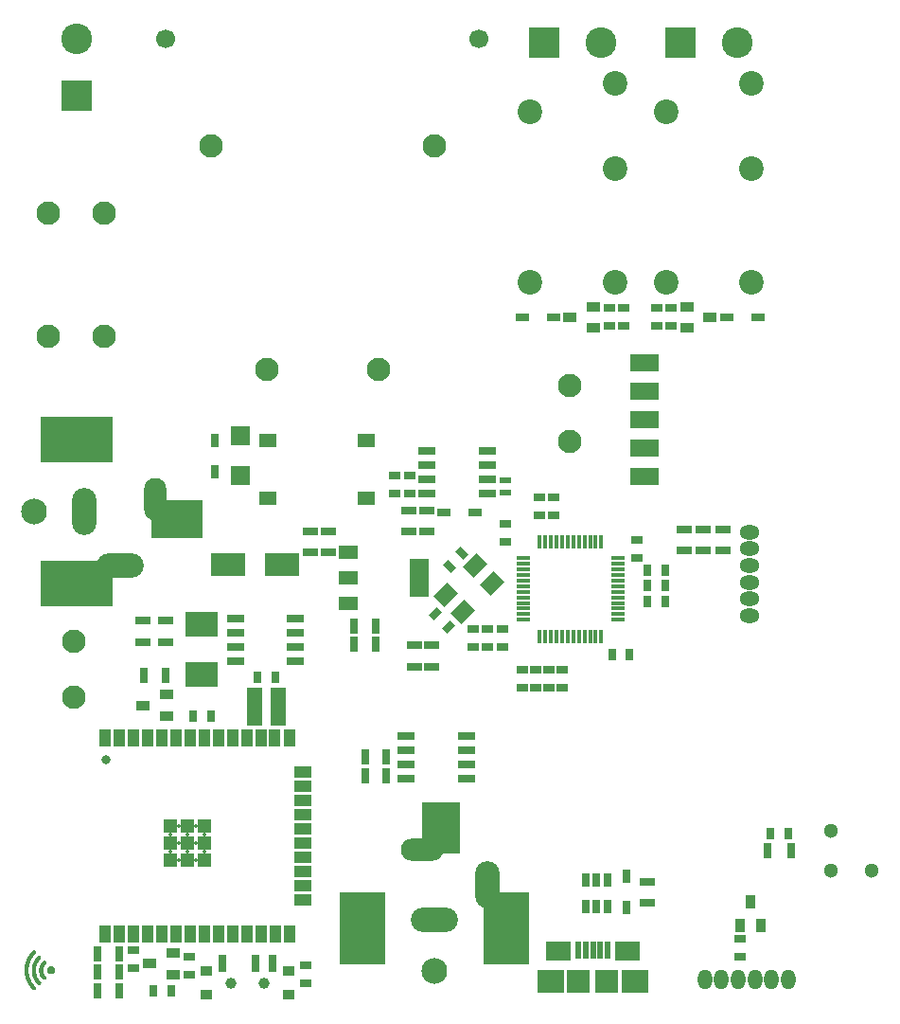
<source format=gts>
G04*
G04 #@! TF.GenerationSoftware,Altium Limited,Altium Designer,22.1.2 (22)*
G04*
G04 Layer_Color=16711833*
%FSLAX25Y25*%
%MOIN*%
G70*
G04*
G04 #@! TF.SameCoordinates,BB4BA718-9431-4743-B970-F4C87B48E952*
G04*
G04*
G04 #@! TF.FilePolarity,Negative*
G04*
G01*
G75*
%ADD54R,0.08661X0.06693*%
%ADD55R,0.07874X0.07874*%
%ADD56R,0.01968X0.05906*%
%ADD57R,0.09449X0.07874*%
%ADD58R,0.10013X0.06391*%
G04:AMPARAMS|DCode=59|XSize=66.93mil|YSize=53.15mil|CornerRadius=0mil|HoleSize=0mil|Usage=FLASHONLY|Rotation=225.000|XOffset=0mil|YOffset=0mil|HoleType=Round|Shape=Rectangle|*
%AMROTATEDRECTD59*
4,1,4,0.00487,0.04245,0.04245,0.00487,-0.00487,-0.04245,-0.04245,-0.00487,0.00487,0.04245,0.0*
%
%ADD59ROTATEDRECTD59*%

%ADD60R,0.18123X0.13792*%
%ADD61R,0.25210X0.16154*%
%ADD62R,0.13792X0.18123*%
%ADD63R,0.16154X0.25210*%
%ADD64R,0.04528X0.04528*%
%ADD65R,0.06299X0.03937*%
%ADD66R,0.03937X0.06299*%
%ADD67R,0.12205X0.08268*%
%ADD68R,0.03150X0.05512*%
%ADD69R,0.05512X0.03150*%
%ADD70R,0.02756X0.03937*%
G04:AMPARAMS|DCode=71|XSize=27.56mil|YSize=39.37mil|CornerRadius=0mil|HoleSize=0mil|Usage=FLASHONLY|Rotation=45.000|XOffset=0mil|YOffset=0mil|HoleType=Round|Shape=Rectangle|*
%AMROTATEDRECTD71*
4,1,4,0.00418,-0.02366,-0.02366,0.00418,-0.00418,0.02366,0.02366,-0.00418,0.00418,-0.02366,0.0*
%
%ADD71ROTATEDRECTD71*%

G04:AMPARAMS|DCode=72|XSize=27.56mil|YSize=39.37mil|CornerRadius=0mil|HoleSize=0mil|Usage=FLASHONLY|Rotation=315.000|XOffset=0mil|YOffset=0mil|HoleType=Round|Shape=Rectangle|*
%AMROTATEDRECTD72*
4,1,4,-0.02366,-0.00418,0.00418,0.02366,0.02366,0.00418,-0.00418,-0.02366,-0.02366,-0.00418,0.0*
%
%ADD72ROTATEDRECTD72*%

%ADD73R,0.03937X0.02756*%
%ADD74R,0.02756X0.05118*%
%ADD75R,0.04528X0.02559*%
%ADD76R,0.02559X0.04528*%
%ADD77R,0.05512X0.13780*%
%ADD78R,0.03150X0.06299*%
%ADD79R,0.04331X0.03543*%
%ADD80R,0.04724X0.03543*%
%ADD81R,0.03543X0.04724*%
%ADD82R,0.01575X0.05118*%
%ADD83R,0.05118X0.01575*%
%ADD84R,0.06693X0.05118*%
%ADD85R,0.06693X0.13386*%
%ADD86R,0.06496X0.05118*%
%ADD87R,0.06115X0.03162*%
%ADD88R,0.06693X0.06693*%
%ADD89R,0.04331X0.02362*%
%ADD90R,0.11193X0.08894*%
%ADD91O,0.07087X0.05150*%
%ADD92O,0.05150X0.07087*%
%ADD93C,0.08268*%
%ADD94C,0.10839*%
%ADD95R,0.10839X0.10839*%
%ADD96R,0.10839X0.10839*%
%ADD97C,0.09068*%
%ADD98O,0.08674X0.16548*%
%ADD99O,0.16548X0.08674*%
%ADD100O,0.07887X0.14973*%
%ADD101O,0.14973X0.07887*%
%ADD102C,0.01394*%
%ADD103C,0.05118*%
%ADD104C,0.03937*%
%ADD105C,0.08661*%
%ADD106C,0.06693*%
%ADD107C,0.03162*%
G36*
X14865Y13668D02*
X14884Y13662D01*
X14960Y13649D01*
X15020Y13640D01*
X15045Y13634D01*
X15099Y13618D01*
X15124Y13612D01*
X15168Y13593D01*
X15213Y13580D01*
X15270Y13555D01*
X15339Y13523D01*
X15352Y13517D01*
X15364Y13504D01*
X15459Y13453D01*
X15519Y13412D01*
X15529Y13403D01*
X15561Y13384D01*
X15573Y13371D01*
X15586Y13365D01*
X15630Y13321D01*
X15643Y13314D01*
X15741Y13216D01*
X15747Y13204D01*
X15779Y13172D01*
X15785Y13160D01*
X15798Y13153D01*
X15804Y13141D01*
X15835Y13096D01*
X15842Y13084D01*
X15861Y13065D01*
X15886Y13020D01*
X15930Y12951D01*
X15937Y12938D01*
X15987Y12831D01*
X16013Y12774D01*
X16019Y12749D01*
X16028Y12714D01*
X16038Y12704D01*
X16044Y12679D01*
X16050Y12635D01*
X16063Y12603D01*
X16069Y12578D01*
X16079Y12518D01*
X16092Y12448D01*
X16098Y12385D01*
X16101Y12173D01*
X16095Y12154D01*
X16088Y12091D01*
X16082Y12072D01*
X16076Y12009D01*
X16069Y11984D01*
X16063Y11946D01*
X16050Y11914D01*
X16041Y11873D01*
X16028Y11841D01*
X15997Y11753D01*
X15981Y11718D01*
X15975Y11699D01*
X15930Y11617D01*
X15880Y11528D01*
X15848Y11484D01*
X15820Y11449D01*
X15785Y11396D01*
X15766Y11377D01*
X15760Y11364D01*
X15636Y11241D01*
X15627Y11237D01*
X15620Y11225D01*
X15598Y11209D01*
X15564Y11181D01*
X15453Y11102D01*
X15409Y11076D01*
X15251Y11000D01*
X15200Y10975D01*
X15194D01*
X15153Y10966D01*
X15118Y10950D01*
X15067Y10937D01*
X15036Y10925D01*
X15010Y10918D01*
X14931Y10909D01*
X14868Y10896D01*
X14818Y10890D01*
X14618Y10887D01*
X14600Y10893D01*
X14511Y10899D01*
X14492Y10906D01*
X14448Y10912D01*
X14422Y10918D01*
X14366Y10925D01*
X14321Y10943D01*
X14280Y10953D01*
X14239Y10969D01*
X14179Y10991D01*
X14075Y11038D01*
X14056Y11045D01*
X14037Y11064D01*
X13948Y11114D01*
X13825Y11206D01*
X13815Y11215D01*
X13803Y11222D01*
X13793Y11231D01*
X13790Y11241D01*
X13778Y11247D01*
X13746Y11279D01*
X13733Y11285D01*
X13727Y11298D01*
X13714Y11304D01*
X13692Y11326D01*
X13686Y11339D01*
X13629Y11396D01*
X13623Y11408D01*
X13597Y11434D01*
X13591Y11446D01*
X13563Y11481D01*
X13509Y11573D01*
X13477Y11630D01*
X13408Y11775D01*
X13398Y11816D01*
X13386Y11848D01*
X13376Y11876D01*
X13363Y11927D01*
X13351Y11958D01*
X13338Y12047D01*
X13332Y12072D01*
X13326Y12116D01*
X13319Y12142D01*
X13313Y12338D01*
X13319Y12357D01*
X13326Y12464D01*
X13332Y12483D01*
X13341Y12543D01*
X13354Y12613D01*
X13367Y12644D01*
X13379Y12708D01*
X13392Y12739D01*
X13408Y12780D01*
X13433Y12837D01*
X13439Y12862D01*
X13465Y12900D01*
X13474Y12935D01*
X13484Y12945D01*
X13490Y12957D01*
X13528Y13020D01*
X13534Y13033D01*
X13547Y13046D01*
X13553Y13058D01*
X13616Y13147D01*
X13635Y13166D01*
X13642Y13179D01*
X13673Y13210D01*
X13680Y13223D01*
X13689Y13232D01*
X13702Y13239D01*
X13711Y13248D01*
X13717Y13261D01*
X13752Y13295D01*
X13762Y13299D01*
X13765Y13308D01*
X13778Y13314D01*
X13822Y13359D01*
X13835Y13365D01*
X13866Y13397D01*
X13898Y13416D01*
X13961Y13460D01*
X14049Y13510D01*
X14144Y13555D01*
X14201Y13580D01*
X14226Y13586D01*
X14290Y13612D01*
X14356Y13627D01*
X14397Y13643D01*
X14473Y13649D01*
X14492Y13656D01*
X14530Y13662D01*
X14549Y13668D01*
X14745Y13675D01*
X14865Y13668D01*
D02*
G37*
G36*
X12330Y15654D02*
X12412Y15647D01*
X12472Y15625D01*
X12504Y15619D01*
X12535Y15606D01*
X12570Y15590D01*
X12602Y15578D01*
X12614Y15565D01*
X12659Y15540D01*
X12671Y15527D01*
X12684Y15521D01*
X12741Y15477D01*
X12779Y15439D01*
X12791Y15432D01*
X12807Y15410D01*
X12832Y15385D01*
X12839Y15372D01*
X12858Y15353D01*
X12877Y15322D01*
X12908Y15265D01*
X12934Y15202D01*
X12953Y15157D01*
X12959Y15132D01*
X12971Y15120D01*
X12978Y15050D01*
X12984Y15031D01*
X12990Y14860D01*
X12984Y14841D01*
X12975Y14756D01*
X12968Y14731D01*
X12953Y14696D01*
X12943Y14648D01*
X12934Y14639D01*
X12921Y14607D01*
X12914Y14595D01*
X12883Y14538D01*
X12807Y14437D01*
X12763Y14392D01*
X12760Y14383D01*
X12747Y14377D01*
X12738Y14367D01*
X12731Y14355D01*
X12674Y14298D01*
X12668Y14285D01*
X12646Y14269D01*
X12630Y14247D01*
X12617Y14234D01*
X12611Y14222D01*
X12586Y14196D01*
X12580Y14184D01*
X12554Y14159D01*
X12548Y14146D01*
X12529Y14127D01*
X12523Y14114D01*
X12497Y14089D01*
X12478Y14057D01*
X12466Y14045D01*
X12459Y14032D01*
X12440Y14013D01*
X12421Y13982D01*
X12380Y13921D01*
X12361Y13883D01*
X12352Y13874D01*
X12346Y13861D01*
X12314Y13811D01*
X12295Y13779D01*
X12263Y13722D01*
X12213Y13627D01*
X12188Y13570D01*
X12181Y13558D01*
X12156Y13501D01*
X12150Y13488D01*
X12131Y13444D01*
X12105Y13387D01*
X12099Y13362D01*
X12074Y13305D01*
X12067Y13280D01*
X12051Y13239D01*
X12042Y13210D01*
X12036Y13185D01*
X12014Y13125D01*
X12001Y13061D01*
X11979Y12989D01*
X11972Y12938D01*
X11966Y12919D01*
X11953Y12875D01*
X11947Y12831D01*
X11938Y12771D01*
X11931Y12745D01*
X11925Y12714D01*
X11913Y12575D01*
X11906Y12512D01*
X11900Y12455D01*
X11897Y12129D01*
X11903Y12110D01*
X11913Y11980D01*
X11925Y11854D01*
X11931Y11822D01*
X11938Y11797D01*
X11944Y11765D01*
X11950Y11702D01*
X11957Y11671D01*
X11972Y11617D01*
X11979Y11573D01*
X11992Y11528D01*
X11998Y11497D01*
X12010Y11465D01*
X12017Y11427D01*
X12036Y11383D01*
X12048Y11326D01*
X12067Y11282D01*
X12077Y11247D01*
X12086Y11237D01*
X12099Y11193D01*
X12115Y11152D01*
X12131Y11117D01*
X12146Y11076D01*
X12194Y10972D01*
X12213Y10940D01*
X12225Y10909D01*
X12232Y10896D01*
X12270Y10833D01*
X12308Y10763D01*
X12333Y10719D01*
X12365Y10675D01*
X12390Y10631D01*
X12402Y10618D01*
X12428Y10574D01*
X12504Y10473D01*
X12516Y10460D01*
X12535Y10428D01*
X12548Y10416D01*
X12554Y10403D01*
X12580Y10378D01*
X12586Y10365D01*
X12611Y10340D01*
X12617Y10327D01*
X12649Y10295D01*
X12655Y10283D01*
X12674Y10270D01*
X12681Y10258D01*
X12731Y10207D01*
X12738Y10194D01*
X12826Y10106D01*
X12832Y10093D01*
X12858Y10068D01*
X12877Y10036D01*
X12946Y9891D01*
X12971Y9809D01*
X12978Y9783D01*
X12984Y9720D01*
X12990Y9581D01*
X12984Y9537D01*
X12975Y9464D01*
X12959Y9429D01*
X12946Y9379D01*
X12921Y9322D01*
X12883Y9252D01*
X12870Y9240D01*
X12845Y9195D01*
X12832Y9183D01*
X12817Y9154D01*
X12804Y9148D01*
X12788Y9126D01*
X12760Y9097D01*
X12747Y9091D01*
X12715Y9059D01*
X12703Y9053D01*
X12690Y9041D01*
X12677Y9034D01*
X12608Y8990D01*
X12595Y8984D01*
X12564Y8971D01*
X12507Y8946D01*
X12482Y8939D01*
X12437Y8920D01*
X12393Y8914D01*
X12254Y8901D01*
X12146Y8908D01*
X12127Y8914D01*
X12064Y8920D01*
X12020Y8939D01*
X11985Y8949D01*
X11897Y8993D01*
X11846Y9025D01*
X11808Y9050D01*
X11792Y9066D01*
X11780Y9072D01*
X11619Y9233D01*
X11612Y9246D01*
X11574Y9284D01*
X11568Y9297D01*
X11558Y9306D01*
X11549Y9309D01*
X11543Y9322D01*
X11498Y9366D01*
X11492Y9379D01*
X11467Y9404D01*
X11460Y9417D01*
X11435Y9442D01*
X11429Y9455D01*
X11416Y9467D01*
X11410Y9480D01*
X11378Y9511D01*
X11359Y9543D01*
X11340Y9562D01*
X11334Y9575D01*
X11315Y9594D01*
X11296Y9625D01*
X11283Y9638D01*
X11264Y9670D01*
X11252Y9682D01*
X11245Y9695D01*
X11233Y9708D01*
X11226Y9720D01*
X11163Y9809D01*
X11144Y9840D01*
X11119Y9878D01*
X11113Y9891D01*
X11072Y9951D01*
X11059Y9983D01*
X11050Y9992D01*
X11043Y10005D01*
X11011Y10055D01*
X10967Y10137D01*
X10929Y10207D01*
X10828Y10416D01*
X10812Y10457D01*
X10803Y10466D01*
X10784Y10517D01*
X10765Y10561D01*
X10759Y10586D01*
X10740Y10618D01*
X10721Y10668D01*
X10702Y10713D01*
X10695Y10744D01*
X10676Y10789D01*
X10667Y10823D01*
X10651Y10858D01*
X10639Y10909D01*
X10620Y10953D01*
X10607Y11010D01*
X10594Y11041D01*
X10585Y11083D01*
X10578Y11114D01*
X10556Y11168D01*
X10544Y11244D01*
X10531Y11276D01*
X10521Y11348D01*
X10515Y11386D01*
X10506Y11421D01*
X10499Y11446D01*
X10493Y11490D01*
X10487Y11516D01*
X10480Y11579D01*
X10474Y11598D01*
X10462Y11686D01*
X10452Y11791D01*
X10446Y11829D01*
X10439Y11879D01*
X10433Y11955D01*
X10427Y12139D01*
X10424Y12394D01*
X10430Y12414D01*
X10436Y12698D01*
X10449Y12730D01*
X10455Y12831D01*
X10462Y12850D01*
X10471Y12960D01*
X10477Y12992D01*
X10487Y13027D01*
X10493Y13090D01*
X10503Y13131D01*
X10515Y13182D01*
X10528Y13258D01*
X10544Y13311D01*
X10550Y13337D01*
X10560Y13384D01*
X10566Y13409D01*
X10582Y13463D01*
X10588Y13507D01*
X10607Y13552D01*
X10613Y13577D01*
X10623Y13618D01*
X10639Y13653D01*
X10651Y13710D01*
X10670Y13754D01*
X10676Y13779D01*
X10695Y13823D01*
X10718Y13883D01*
X10740Y13937D01*
X10746Y13962D01*
X10771Y14019D01*
X10790Y14064D01*
X10853Y14203D01*
X10961Y14411D01*
X11024Y14525D01*
X11037Y14538D01*
X11043Y14563D01*
X11062Y14582D01*
X11100Y14652D01*
X11125Y14690D01*
X11132Y14702D01*
X11188Y14784D01*
X11195Y14797D01*
X11208Y14810D01*
X11214Y14822D01*
X11245Y14867D01*
X11264Y14898D01*
X11283Y14917D01*
X11290Y14930D01*
X11309Y14949D01*
X11328Y14980D01*
X11340Y14993D01*
X11359Y15025D01*
X11384Y15050D01*
X11391Y15063D01*
X11419Y15097D01*
X11435Y15113D01*
X11441Y15126D01*
X11467Y15151D01*
X11473Y15164D01*
X11498Y15189D01*
X11505Y15202D01*
X11555Y15252D01*
X11562Y15265D01*
X11606Y15309D01*
X11612Y15322D01*
X11739Y15448D01*
X11742Y15458D01*
X11754Y15464D01*
X11786Y15496D01*
X11799Y15502D01*
X11818Y15521D01*
X11830Y15527D01*
X11843Y15540D01*
X11900Y15572D01*
X11950Y15597D01*
X11957D01*
X12014Y15622D01*
X12048Y15632D01*
X12102Y15647D01*
X12188Y15657D01*
X12311Y15660D01*
X12330Y15654D01*
D02*
G37*
G36*
X10578Y17462D02*
X10597Y17456D01*
X10673Y17437D01*
X10730Y17411D01*
X10756Y17405D01*
X10768Y17399D01*
X10825Y17367D01*
X10838Y17354D01*
X10882Y17329D01*
X10894Y17316D01*
X10907Y17310D01*
X10932Y17285D01*
X10945Y17279D01*
X10961Y17256D01*
X10980Y17244D01*
X10986Y17231D01*
X11011Y17206D01*
X11018Y17193D01*
X11037Y17174D01*
X11043Y17162D01*
X11056Y17149D01*
X11062Y17136D01*
X11106Y17067D01*
X11113Y17041D01*
X11132Y16997D01*
X11147Y16956D01*
X11157Y16928D01*
X11163Y16902D01*
X11173Y16842D01*
X11179Y16817D01*
X11182Y16662D01*
X11176Y16643D01*
X11170Y16599D01*
X11163Y16574D01*
X11154Y16526D01*
X11138Y16485D01*
X11132Y16460D01*
X11068Y16340D01*
X11037Y16295D01*
X11030Y16283D01*
X11018Y16276D01*
X11011Y16264D01*
X10999Y16251D01*
X10993Y16239D01*
X10910Y16156D01*
X10904Y16144D01*
X10885Y16131D01*
X10879Y16118D01*
X10815Y16055D01*
X10812Y16046D01*
X10800Y16039D01*
X10787Y16020D01*
X10774Y16014D01*
X10765Y16005D01*
X10759Y15992D01*
X10708Y15941D01*
X10702Y15929D01*
X10676Y15903D01*
X10670Y15891D01*
X10639Y15859D01*
X10632Y15846D01*
X10601Y15815D01*
X10594Y15802D01*
X10582Y15790D01*
X10575Y15777D01*
X10556Y15758D01*
X10550Y15745D01*
X10525Y15720D01*
X10518Y15708D01*
X10474Y15651D01*
X10462Y15638D01*
X10455Y15625D01*
X10436Y15606D01*
X10417Y15575D01*
X10405Y15562D01*
X10398Y15549D01*
X10367Y15505D01*
X10360Y15493D01*
X10341Y15473D01*
X10322Y15442D01*
X10310Y15429D01*
X10291Y15398D01*
X10237Y15319D01*
X10111Y15116D01*
X10088Y15069D01*
X10076Y15056D01*
X10025Y14961D01*
X10006Y14930D01*
X9956Y14835D01*
X9880Y14677D01*
X9823Y14557D01*
X9791Y14487D01*
X9766Y14430D01*
X9760Y14405D01*
X9734Y14348D01*
X9719Y14307D01*
X9703Y14272D01*
X9693Y14238D01*
X9678Y14203D01*
X9671Y14177D01*
X9646Y14120D01*
X9636Y14079D01*
X9614Y14026D01*
X9608Y13988D01*
X9583Y13931D01*
X9573Y13877D01*
X9561Y13846D01*
X9551Y13811D01*
X9542Y13770D01*
X9529Y13738D01*
X9523Y13713D01*
X9516Y13681D01*
X9507Y13646D01*
X9488Y13570D01*
X9478Y13523D01*
X9463Y13469D01*
X9456Y13406D01*
X9450Y13387D01*
X9437Y13343D01*
X9431Y13299D01*
X9421Y13245D01*
X9415Y13207D01*
X9406Y13172D01*
X9396Y13081D01*
X9390Y13030D01*
X9384Y13005D01*
X9377Y12967D01*
X9364Y12815D01*
X9352Y12701D01*
X9342Y12515D01*
X9339Y12341D01*
X9342Y12319D01*
X9336Y12300D01*
X9346Y11955D01*
X9352Y11873D01*
X9358Y11822D01*
X9364Y11740D01*
X9371Y11671D01*
X9377Y11607D01*
X9387Y11522D01*
X9399Y11472D01*
X9406Y11377D01*
X9412Y11358D01*
X9425Y11313D01*
X9434Y11234D01*
X9440Y11203D01*
X9456Y11149D01*
X9472Y11057D01*
X9478Y11026D01*
X9488Y10997D01*
X9497Y10943D01*
X9510Y10912D01*
X9516Y10887D01*
X9523Y10849D01*
X9529Y10823D01*
X9538Y10789D01*
X9551Y10744D01*
X9557Y10719D01*
X9570Y10688D01*
X9583Y10643D01*
X9592Y10602D01*
X9608Y10567D01*
X9617Y10526D01*
X9633Y10485D01*
X9646Y10441D01*
X9665Y10397D01*
X9687Y10337D01*
X9703Y10295D01*
X9709Y10270D01*
X9734Y10213D01*
X9750Y10172D01*
X9766Y10137D01*
X9775Y10103D01*
X9785Y10093D01*
X9807Y10033D01*
X9817Y10024D01*
X9832Y9983D01*
X9886Y9866D01*
X9962Y9720D01*
X9981Y9676D01*
X9987Y9663D01*
X10013Y9625D01*
X10057Y9543D01*
X10088Y9486D01*
X10133Y9417D01*
X10164Y9360D01*
X10177Y9347D01*
X10202Y9303D01*
X10243Y9243D01*
X10253Y9221D01*
X10262Y9205D01*
X10272Y9202D01*
X10297Y9157D01*
X10310Y9145D01*
X10329Y9113D01*
X10354Y9069D01*
X10373Y9050D01*
X10379Y9037D01*
X10392Y9025D01*
X10398Y9012D01*
X10411Y8999D01*
X10417Y8987D01*
X10430Y8974D01*
X10436Y8962D01*
X10455Y8942D01*
X10462Y8930D01*
X10506Y8873D01*
X10518Y8860D01*
X10537Y8829D01*
X10563Y8803D01*
X10569Y8791D01*
X10594Y8766D01*
X10601Y8753D01*
X10613Y8740D01*
X10620Y8727D01*
X10645Y8702D01*
X10651Y8690D01*
X10676Y8664D01*
X10683Y8652D01*
X10727Y8607D01*
X10733Y8595D01*
X10797Y8531D01*
X10803Y8519D01*
X10860Y8462D01*
X10866Y8449D01*
X10879Y8443D01*
X10885Y8430D01*
X10999Y8317D01*
X11005Y8304D01*
X11024Y8285D01*
X11030Y8272D01*
X11043Y8260D01*
X11050Y8247D01*
X11062Y8234D01*
X11087Y8190D01*
X11132Y8095D01*
X11144Y8064D01*
X11151Y8038D01*
X11157Y8019D01*
X11163Y7994D01*
X11173Y7940D01*
X11179Y7915D01*
X11188Y7830D01*
X11182Y7767D01*
X11176Y7722D01*
X11170Y7697D01*
X11157Y7621D01*
X11151Y7609D01*
X11138Y7577D01*
X11132Y7552D01*
X11081Y7457D01*
X11040Y7397D01*
X11018Y7362D01*
X11005Y7349D01*
X10999Y7337D01*
X10945Y7283D01*
X10932Y7277D01*
X10894Y7239D01*
X10882Y7232D01*
X10869Y7220D01*
X10844Y7213D01*
X10819Y7188D01*
X10749Y7156D01*
X10708Y7141D01*
X10673Y7125D01*
X10635Y7119D01*
X10616Y7112D01*
X10582Y7103D01*
X10556Y7096D01*
X10345Y7093D01*
X10326Y7100D01*
X10291Y7109D01*
X10266Y7115D01*
X10234Y7122D01*
X10164Y7147D01*
X10136Y7156D01*
X10123Y7163D01*
X10111Y7175D01*
X10069Y7191D01*
X10054Y7207D01*
X10022Y7226D01*
X10009Y7239D01*
X9978Y7258D01*
X9959Y7277D01*
X9946Y7283D01*
X9854Y7374D01*
X9848Y7387D01*
X9826Y7403D01*
X9810Y7425D01*
X9734Y7501D01*
X9728Y7514D01*
X9671Y7570D01*
X9665Y7583D01*
X9627Y7621D01*
X9621Y7634D01*
X9583Y7672D01*
X9576Y7684D01*
X9526Y7735D01*
X9519Y7748D01*
X9488Y7779D01*
X9482Y7792D01*
X9463Y7811D01*
X9456Y7823D01*
X9431Y7849D01*
X9425Y7861D01*
X9396Y7896D01*
X9380Y7912D01*
X9374Y7925D01*
X9346Y7959D01*
X9314Y7997D01*
X9292Y8032D01*
X9273Y8051D01*
X9267Y8064D01*
X9254Y8076D01*
X9248Y8089D01*
X9229Y8108D01*
X9210Y8140D01*
X9197Y8152D01*
X9191Y8165D01*
X9127Y8253D01*
X9121Y8266D01*
X9089Y8310D01*
X9083Y8323D01*
X9064Y8342D01*
X9058Y8354D01*
X9026Y8399D01*
X9020Y8411D01*
X8979Y8472D01*
X8947Y8522D01*
X8894Y8614D01*
X8849Y8683D01*
X8843Y8696D01*
X8830Y8709D01*
X8818Y8740D01*
X8805Y8753D01*
X8748Y8860D01*
X8685Y8974D01*
X8514Y9322D01*
X8457Y9442D01*
X8451Y9467D01*
X8400Y9581D01*
X8369Y9651D01*
X8362Y9682D01*
X8331Y9752D01*
X8312Y9796D01*
X8302Y9831D01*
X8280Y9884D01*
X8258Y9945D01*
X8242Y9998D01*
X8217Y10062D01*
X8211Y10099D01*
X8192Y10144D01*
X8182Y10185D01*
X8170Y10216D01*
X8160Y10245D01*
X8154Y10283D01*
X8141Y10315D01*
X8128Y10359D01*
X8122Y10384D01*
X8113Y10419D01*
X8097Y10473D01*
X8084Y10529D01*
X8078Y10548D01*
X8065Y10599D01*
X8049Y10672D01*
X8040Y10706D01*
X8034Y10732D01*
X8027Y10776D01*
X8021Y10795D01*
X8011Y10830D01*
X8005Y10868D01*
X7993Y10937D01*
X7983Y10972D01*
X7977Y11016D01*
X7970Y11041D01*
X7964Y11117D01*
X7952Y11149D01*
X7945Y11231D01*
X7939Y11257D01*
X7929Y11329D01*
X7923Y11361D01*
X7914Y11446D01*
X7904Y11551D01*
X7891Y11633D01*
X7885Y11715D01*
X7879Y11860D01*
X7872Y11980D01*
X7866Y12126D01*
X7863Y12477D01*
X7869Y12496D01*
X7879Y12701D01*
X7885Y12828D01*
X7891Y12935D01*
X7898Y12973D01*
X7910Y13074D01*
X7920Y13210D01*
X7926Y13229D01*
X7939Y13305D01*
X7945Y13368D01*
X7952Y13412D01*
X7964Y13457D01*
X7977Y13564D01*
X7983Y13589D01*
X7996Y13634D01*
X8005Y13694D01*
X8011Y13732D01*
X8027Y13785D01*
X8034Y13830D01*
X8046Y13880D01*
X8056Y13915D01*
X8062Y13940D01*
X8072Y14000D01*
X8084Y14032D01*
X8091Y14057D01*
X8106Y14130D01*
X8119Y14162D01*
X8125Y14187D01*
X8132Y14225D01*
X8147Y14260D01*
X8154Y14285D01*
X8160Y14323D01*
X8179Y14367D01*
X8185Y14392D01*
X8195Y14427D01*
X8271Y14642D01*
X8277Y14667D01*
X8290Y14699D01*
X8305Y14728D01*
Y14734D01*
X8312Y14772D01*
X8343Y14841D01*
X8375Y14923D01*
X8381Y14936D01*
X8400Y14980D01*
X8407Y15006D01*
X8457Y15120D01*
X8521Y15259D01*
X8584Y15391D01*
X8590Y15404D01*
X8603Y15417D01*
X8622Y15467D01*
X8634Y15480D01*
X8650Y15521D01*
X8679Y15568D01*
X8742Y15688D01*
X8780Y15758D01*
X8805Y15802D01*
X8837Y15859D01*
X8849Y15872D01*
X8868Y15903D01*
X8900Y15960D01*
X8925Y15998D01*
X8931Y16011D01*
X8973Y16071D01*
X8982Y16093D01*
X9001Y16112D01*
X9026Y16156D01*
X9070Y16226D01*
X9077Y16239D01*
X9096Y16258D01*
X9112Y16292D01*
X9121Y16295D01*
X9127Y16308D01*
X9203Y16409D01*
X9235Y16454D01*
X9295Y16533D01*
X9305Y16542D01*
X9323Y16574D01*
X9349Y16599D01*
X9355Y16612D01*
X9384Y16646D01*
X9393Y16656D01*
X9399Y16669D01*
X9428Y16703D01*
X9444Y16725D01*
X9469Y16751D01*
X9475Y16763D01*
X9500Y16789D01*
X9507Y16801D01*
X9519Y16814D01*
X9526Y16826D01*
X9583Y16883D01*
X9589Y16896D01*
X9633Y16940D01*
X9640Y16953D01*
X9652Y16966D01*
X9655Y16975D01*
X9668Y16981D01*
X9684Y16997D01*
X9690Y17010D01*
X9728Y17048D01*
X9734Y17061D01*
X9750Y17076D01*
X9760Y17079D01*
X9766Y17092D01*
X9829Y17155D01*
X9836Y17168D01*
X9946Y17279D01*
X9959Y17285D01*
X9990Y17316D01*
X10003Y17323D01*
X10016Y17335D01*
X10060Y17361D01*
X10073Y17373D01*
X10114Y17389D01*
X10130Y17405D01*
X10155Y17411D01*
X10199Y17430D01*
X10240Y17440D01*
X10272Y17446D01*
X10313Y17462D01*
X10357Y17468D01*
X10578Y17462D01*
D02*
G37*
G36*
X8732Y19276D02*
X8751Y19270D01*
X8827Y19257D01*
X8852Y19251D01*
X8897Y19232D01*
X8922Y19226D01*
X9004Y19182D01*
X9048Y19156D01*
X9067Y19137D01*
X9099Y19118D01*
X9137Y19081D01*
X9150Y19074D01*
X9184Y19039D01*
X9191Y19027D01*
X9216Y19001D01*
X9222Y18989D01*
X9241Y18970D01*
X9267Y18926D01*
X9336Y18780D01*
X9342Y18755D01*
X9349Y18717D01*
X9361Y18685D01*
X9368Y18660D01*
X9371Y18493D01*
X9364Y18423D01*
X9358Y18385D01*
X9346Y18353D01*
X9339Y18328D01*
X9333Y18290D01*
X9311Y18249D01*
X9298Y18217D01*
X9267Y18160D01*
X9254Y18148D01*
X9248Y18135D01*
X9172Y18034D01*
X9143Y18006D01*
X9134Y18002D01*
X9127Y17990D01*
X9033Y17895D01*
X9029Y17886D01*
X9017Y17879D01*
X9001Y17863D01*
X8995Y17851D01*
X8919Y17775D01*
X8912Y17762D01*
X8881Y17731D01*
X8874Y17718D01*
X8865Y17708D01*
X8856Y17705D01*
X8849Y17693D01*
X8824Y17667D01*
X8818Y17655D01*
X8808Y17645D01*
X8799Y17642D01*
X8792Y17629D01*
X8736Y17573D01*
X8729Y17560D01*
X8704Y17535D01*
X8698Y17522D01*
X8672Y17497D01*
X8666Y17484D01*
X8647Y17465D01*
X8641Y17452D01*
X8609Y17421D01*
X8603Y17408D01*
X8584Y17389D01*
X8577Y17377D01*
X8558Y17358D01*
X8552Y17345D01*
X8527Y17320D01*
X8508Y17288D01*
X8495Y17275D01*
X8489Y17263D01*
X8476Y17250D01*
X8470Y17237D01*
X8445Y17212D01*
X8438Y17199D01*
X8410Y17165D01*
X8400Y17155D01*
X8375Y17111D01*
X8362Y17098D01*
X8356Y17086D01*
X8331Y17061D01*
X8325Y17048D01*
X8312Y17035D01*
X8305Y17022D01*
X8274Y16978D01*
X8268Y16966D01*
X8255Y16953D01*
X8249Y16940D01*
X8185Y16852D01*
X8179Y16839D01*
X8160Y16820D01*
X8135Y16776D01*
X8091Y16706D01*
X8084Y16694D01*
X8059Y16656D01*
X8053Y16643D01*
X8040Y16631D01*
X8015Y16586D01*
X7970Y16517D01*
X7964Y16504D01*
X7939Y16466D01*
X7932Y16454D01*
X7907Y16416D01*
X7904Y16400D01*
X7901Y16397D01*
X7869Y16352D01*
X7812Y16245D01*
X7800Y16232D01*
X7784Y16191D01*
X7756Y16144D01*
X7680Y15998D01*
X7604Y15840D01*
X7597Y15828D01*
X7585Y15815D01*
X7578Y15790D01*
X7553Y15745D01*
X7537Y15704D01*
X7528Y15695D01*
X7506Y15635D01*
X7496Y15625D01*
X7474Y15565D01*
X7465Y15556D01*
X7455Y15521D01*
X7427Y15455D01*
X7401Y15398D01*
X7363Y15303D01*
X7338Y15246D01*
X7332Y15208D01*
X7307Y15170D01*
X7300Y15132D01*
X7288Y15120D01*
X7278Y15078D01*
X7259Y15028D01*
X7243Y14987D01*
X7234Y14952D01*
X7218Y14917D01*
X7209Y14876D01*
X7196Y14844D01*
X7186Y14810D01*
X7164Y14750D01*
X7155Y14715D01*
X7142Y14664D01*
X7123Y14620D01*
X7117Y14582D01*
X7098Y14538D01*
X7082Y14471D01*
X7073Y14437D01*
X7060Y14386D01*
X7054Y14348D01*
X7035Y14304D01*
X7025Y14244D01*
X7013Y14212D01*
X7006Y14174D01*
X7000Y14149D01*
X6994Y14111D01*
X6978Y14070D01*
X6968Y14004D01*
X6949Y13928D01*
X6937Y13852D01*
X6924Y13801D01*
X6911Y13725D01*
X6905Y13675D01*
X6899Y13649D01*
X6886Y13586D01*
X6880Y13523D01*
X6867Y13447D01*
X6861Y13422D01*
X6854Y13365D01*
X6848Y13295D01*
X6842Y13245D01*
X6832Y13185D01*
X6826Y13166D01*
X6817Y12998D01*
X6810Y12935D01*
X6804Y12859D01*
X6798Y12802D01*
X6791Y12638D01*
X6788Y11914D01*
X6795Y11895D01*
X6801Y11686D01*
X6807Y11667D01*
X6817Y11569D01*
X6823Y11481D01*
X6829Y11405D01*
X6842Y11329D01*
X6854Y11190D01*
X6867Y11121D01*
X6874Y11089D01*
X6880Y11038D01*
X6886Y10982D01*
X6893Y10943D01*
X6902Y10909D01*
X6908Y10883D01*
X6915Y10801D01*
X6921Y10782D01*
X6930Y10741D01*
X6937Y10703D01*
X6943Y10672D01*
X6956Y10602D01*
X6965Y10574D01*
X6972Y10548D01*
X6981Y10482D01*
X6997Y10428D01*
X7003Y10403D01*
X7009Y10352D01*
X7028Y10308D01*
X7038Y10248D01*
X7044Y10223D01*
X7060Y10188D01*
X7069Y10128D01*
X7082Y10096D01*
X7092Y10062D01*
X7101Y10014D01*
X7123Y9960D01*
X7133Y9913D01*
X7145Y9881D01*
X7155Y9847D01*
X7168Y9796D01*
X7180Y9783D01*
X7190Y9730D01*
X7205Y9695D01*
X7218Y9644D01*
X7237Y9600D01*
X7250Y9550D01*
X7275Y9493D01*
X7281Y9467D01*
X7307Y9410D01*
X7316Y9369D01*
X7332Y9341D01*
X7354Y9281D01*
X7370Y9240D01*
X7395Y9183D01*
X7411Y9142D01*
X7427Y9107D01*
X7436Y9072D01*
X7452Y9056D01*
X7462Y9021D01*
X7515Y8905D01*
X7541Y8848D01*
X7556Y8807D01*
X7578Y8766D01*
X7724Y8481D01*
X7781Y8373D01*
X7806Y8329D01*
X7869Y8215D01*
X7882Y8203D01*
X7888Y8178D01*
X7920Y8133D01*
X7952Y8076D01*
X7977Y8038D01*
X8008Y7982D01*
X8040Y7937D01*
X8065Y7893D01*
X8097Y7849D01*
X8103Y7836D01*
X8116Y7823D01*
X8141Y7779D01*
X8154Y7767D01*
X8173Y7735D01*
X8185Y7722D01*
X8211Y7678D01*
X8252Y7618D01*
X8268Y7596D01*
X8280Y7583D01*
X8299Y7552D01*
X8359Y7473D01*
X8381Y7438D01*
X8394Y7425D01*
X8413Y7394D01*
X8432Y7374D01*
X8438Y7362D01*
X8451Y7356D01*
X8470Y7324D01*
X8483Y7311D01*
X8501Y7280D01*
X8521Y7261D01*
X8539Y7229D01*
X8558Y7210D01*
X8565Y7198D01*
X8584Y7179D01*
X8590Y7166D01*
X8609Y7147D01*
X8615Y7134D01*
X8653Y7096D01*
X8660Y7084D01*
X8679Y7065D01*
X8685Y7052D01*
X8704Y7033D01*
X8710Y7021D01*
X8761Y6970D01*
X8767Y6957D01*
X8780Y6945D01*
X8786Y6932D01*
X8824Y6894D01*
X8830Y6881D01*
X8856Y6862D01*
X8862Y6850D01*
X8906Y6805D01*
X8912Y6793D01*
X9014Y6692D01*
X9020Y6679D01*
X9159Y6540D01*
X9165Y6527D01*
X9175Y6518D01*
X9188Y6511D01*
X9203Y6489D01*
X9216Y6477D01*
X9222Y6464D01*
X9235Y6452D01*
X9241Y6439D01*
X9254Y6426D01*
X9273Y6395D01*
X9311Y6312D01*
X9336Y6256D01*
X9342Y6230D01*
X9349Y6192D01*
X9361Y6161D01*
X9368Y6135D01*
X9374Y5977D01*
X9368Y5958D01*
X9361Y5864D01*
X9342Y5819D01*
X9333Y5772D01*
X9298Y5693D01*
X9267Y5636D01*
X9235Y5592D01*
X9229Y5579D01*
X9216Y5566D01*
X9210Y5554D01*
X9197Y5541D01*
X9191Y5528D01*
X9124Y5462D01*
X9112Y5456D01*
X9086Y5430D01*
X9074Y5424D01*
X9029Y5393D01*
X8947Y5348D01*
X8916Y5336D01*
X8833Y5304D01*
X8770Y5298D01*
X8751Y5291D01*
X8691Y5282D01*
X8574Y5279D01*
X8555Y5285D01*
X8505Y5298D01*
X8442Y5304D01*
X8385Y5329D01*
X8343Y5339D01*
X8334Y5348D01*
X8290Y5367D01*
X8277Y5373D01*
X8239Y5399D01*
X8226Y5405D01*
X8214Y5418D01*
X8182Y5437D01*
X8144Y5475D01*
X8132Y5481D01*
X8027Y5585D01*
X8024Y5595D01*
X8011Y5601D01*
X7996Y5617D01*
X7993Y5626D01*
X7980Y5633D01*
X7964Y5655D01*
X7850Y5769D01*
X7844Y5781D01*
X7787Y5838D01*
X7781Y5851D01*
X7768Y5857D01*
X7762Y5870D01*
X7737Y5895D01*
X7730Y5908D01*
X7680Y5958D01*
X7673Y5971D01*
X7642Y6003D01*
X7635Y6015D01*
X7604Y6047D01*
X7597Y6059D01*
X7559Y6097D01*
X7553Y6110D01*
X7522Y6142D01*
X7515Y6154D01*
X7496Y6173D01*
X7490Y6186D01*
X7465Y6211D01*
X7458Y6224D01*
X7433Y6249D01*
X7427Y6262D01*
X7398Y6297D01*
X7383Y6319D01*
X7370Y6331D01*
X7363Y6344D01*
X7319Y6401D01*
X7300Y6420D01*
X7294Y6432D01*
X7275Y6452D01*
X7269Y6464D01*
X7224Y6521D01*
X7196Y6556D01*
X7164Y6606D01*
X7148Y6622D01*
X7142Y6635D01*
X7130Y6647D01*
X7111Y6679D01*
X7098Y6692D01*
X7079Y6723D01*
X7066Y6736D01*
X7047Y6768D01*
X6940Y6919D01*
X6934Y6932D01*
X6908Y6970D01*
X6902Y6983D01*
X6889Y6995D01*
X6839Y7084D01*
X6820Y7103D01*
X6813Y7122D01*
X6795Y7141D01*
X6775Y7172D01*
X6750Y7216D01*
X6719Y7261D01*
X6712Y7273D01*
X6681Y7330D01*
X6668Y7343D01*
X6662Y7368D01*
X6649Y7381D01*
X6643Y7394D01*
X6611Y7444D01*
X6586Y7488D01*
X6554Y7545D01*
X6529Y7589D01*
X6472Y7697D01*
X6440Y7754D01*
X6428Y7767D01*
X6421Y7792D01*
X6402Y7823D01*
X6387Y7864D01*
X6371Y7880D01*
X6364Y7906D01*
X6333Y7956D01*
X6327Y7982D01*
X6314Y7994D01*
X6301Y8026D01*
X6219Y8196D01*
X6181Y8279D01*
X6175Y8291D01*
X6156Y8323D01*
X6146Y8358D01*
X6093Y8475D01*
X6083Y8509D01*
X6074Y8519D01*
X6061Y8551D01*
X6036Y8607D01*
X6020Y8648D01*
X6004Y8683D01*
X5982Y8743D01*
X5966Y8784D01*
X5941Y8848D01*
X5935Y8873D01*
X5909Y8930D01*
X5903Y8955D01*
X5884Y8999D01*
X5852Y9082D01*
X5846Y9120D01*
X5827Y9164D01*
X5815Y9208D01*
X5796Y9252D01*
X5789Y9278D01*
X5783Y9309D01*
X5764Y9353D01*
X5751Y9404D01*
X5732Y9448D01*
X5723Y9496D01*
X5707Y9524D01*
X5701Y9550D01*
X5691Y9603D01*
X5675Y9644D01*
X5666Y9685D01*
X5660Y9711D01*
X5647Y9742D01*
X5641Y9774D01*
X5634Y9799D01*
X5628Y9831D01*
X5615Y9862D01*
X5609Y9888D01*
X5596Y9957D01*
X5581Y9998D01*
X5571Y10058D01*
X5565Y10084D01*
X5549Y10137D01*
X5539Y10198D01*
X5530Y10232D01*
X5524Y10258D01*
X5517Y10302D01*
X5508Y10349D01*
X5492Y10390D01*
X5483Y10469D01*
X5473Y10523D01*
X5467Y10542D01*
X5460Y10586D01*
X5454Y10612D01*
X5448Y10681D01*
X5435Y10713D01*
X5423Y10820D01*
X5413Y10880D01*
X5407Y10906D01*
X5400Y10937D01*
X5394Y11013D01*
X5388Y11076D01*
X5381Y11114D01*
X5375Y11146D01*
X5369Y11203D01*
X5362Y11285D01*
X5356Y11361D01*
X5347Y11446D01*
X5340Y11509D01*
X5328Y11750D01*
X5318Y11879D01*
X5312Y11993D01*
X5309Y12534D01*
X5315Y12553D01*
X5321Y12774D01*
X5328Y12793D01*
X5334Y13008D01*
X5340Y13033D01*
X5350Y13156D01*
X5356Y13194D01*
X5362Y13270D01*
X5369Y13352D01*
X5375Y13428D01*
X5388Y13491D01*
X5397Y13577D01*
X5407Y13656D01*
X5416Y13691D01*
X5423Y13754D01*
X5429Y13779D01*
X5435Y13849D01*
X5448Y13880D01*
X5454Y13962D01*
X5460Y13988D01*
X5476Y14061D01*
X5483Y14092D01*
X5495Y14168D01*
X5502Y14193D01*
X5508Y14225D01*
X5514Y14250D01*
X5520Y14301D01*
X5527Y14326D01*
X5543Y14367D01*
X5552Y14440D01*
X5558Y14465D01*
X5574Y14506D01*
X5581Y14569D01*
X5599Y14614D01*
X5609Y14667D01*
X5615Y14699D01*
X5628Y14731D01*
X5634Y14756D01*
X5641Y14794D01*
X5663Y14867D01*
X5682Y14942D01*
X5694Y14974D01*
X5704Y15015D01*
X5710Y15041D01*
X5723Y15072D01*
X5729Y15097D01*
X5736Y15129D01*
X5751Y15145D01*
X5761Y15199D01*
X5767Y15224D01*
X5783Y15259D01*
X5796Y15309D01*
X5815Y15353D01*
X5824Y15394D01*
X5837Y15426D01*
X5852Y15467D01*
X5862Y15502D01*
X5878Y15537D01*
X5884Y15562D01*
X5903Y15606D01*
X5916Y15651D01*
X5935Y15695D01*
X5957Y15755D01*
X5973Y15796D01*
X5998Y15853D01*
X6007Y15888D01*
X6036Y15954D01*
X6061Y16011D01*
X6077Y16052D01*
X6093Y16087D01*
X6118Y16144D01*
X6134Y16185D01*
X6143Y16194D01*
X6165Y16254D01*
X6216Y16355D01*
X6229Y16387D01*
X6282Y16504D01*
X6289Y16517D01*
X6308Y16548D01*
X6314Y16574D01*
X6327Y16586D01*
X6453Y16833D01*
X6497Y16915D01*
X6516Y16947D01*
X6542Y16991D01*
X6573Y17048D01*
X6624Y17136D01*
X6655Y17193D01*
X6668Y17206D01*
X6693Y17250D01*
X6725Y17301D01*
X6744Y17332D01*
X6769Y17377D01*
X6795Y17414D01*
X6801Y17427D01*
X6832Y17471D01*
X6839Y17484D01*
X6924Y17614D01*
X6975Y17689D01*
X6990Y17712D01*
X7032Y17772D01*
X7054Y17807D01*
X7066Y17819D01*
X7073Y17832D01*
X7092Y17851D01*
X7111Y17882D01*
X7234Y18050D01*
X7243Y18059D01*
X7250Y18072D01*
X7278Y18107D01*
X7294Y18129D01*
X7307Y18142D01*
X7313Y18154D01*
X7332Y18173D01*
X7338Y18186D01*
X7351Y18199D01*
X7357Y18211D01*
X7370Y18224D01*
X7376Y18236D01*
X7401Y18262D01*
X7408Y18274D01*
X7420Y18287D01*
X7427Y18300D01*
X7439Y18312D01*
X7446Y18325D01*
X7465Y18344D01*
X7471Y18357D01*
X7490Y18375D01*
X7496Y18388D01*
X7534Y18426D01*
X7541Y18439D01*
X7559Y18458D01*
X7566Y18470D01*
X7597Y18502D01*
X7604Y18515D01*
X7648Y18559D01*
X7654Y18572D01*
X7673Y18590D01*
X7680Y18603D01*
X7730Y18654D01*
X7737Y18666D01*
X7774Y18704D01*
X7781Y18717D01*
X7819Y18755D01*
X7825Y18767D01*
X7835Y18777D01*
X7847Y18783D01*
X7857Y18793D01*
X7863Y18805D01*
X7939Y18881D01*
X7942Y18891D01*
X7955Y18897D01*
X7977Y18919D01*
X7983Y18932D01*
X8113Y19061D01*
X8122Y19065D01*
X8128Y19077D01*
X8157Y19106D01*
X8170Y19112D01*
X8195Y19137D01*
X8207Y19144D01*
X8226Y19163D01*
X8258Y19175D01*
X8290Y19194D01*
X8321Y19207D01*
X8334Y19213D01*
X8378Y19232D01*
X8419Y19248D01*
X8454Y19257D01*
X8479Y19264D01*
X8543Y19270D01*
X8562Y19276D01*
X8606Y19283D01*
X8732Y19276D01*
D02*
G37*
D54*
X217725Y19083D02*
D03*
X193307Y19094D02*
D03*
D55*
X200394Y8268D02*
D03*
X210236Y8268D02*
D03*
D56*
X210630Y19488D02*
D03*
X208071D02*
D03*
X205512D02*
D03*
X202953D02*
D03*
X200394D02*
D03*
D57*
X190748Y8268D02*
D03*
X220276D02*
D03*
D58*
X223622Y186142D02*
D03*
Y206142D02*
D03*
Y196142D02*
D03*
Y226142D02*
D03*
Y216142D02*
D03*
D59*
X163899Y154669D02*
D03*
X153599Y144369D02*
D03*
X159723Y138244D02*
D03*
X170024Y148545D02*
D03*
D60*
X58957Y171063D02*
D03*
D61*
X23720Y148228D02*
D03*
Y199016D02*
D03*
D62*
X152165Y62402D02*
D03*
D63*
X175000Y27165D02*
D03*
X124213D02*
D03*
D64*
X68839Y62972D02*
D03*
Y56968D02*
D03*
Y50965D02*
D03*
X62835D02*
D03*
X56831D02*
D03*
Y56968D02*
D03*
Y62972D02*
D03*
X62835D02*
D03*
Y56968D02*
D03*
D65*
X103465Y37126D02*
D03*
Y42126D02*
D03*
Y47126D02*
D03*
Y52126D02*
D03*
Y57126D02*
D03*
Y62126D02*
D03*
Y67126D02*
D03*
Y72126D02*
D03*
Y77126D02*
D03*
Y82126D02*
D03*
D66*
X33583Y25197D02*
D03*
X38583D02*
D03*
X43583D02*
D03*
X48583D02*
D03*
X53583D02*
D03*
X58583D02*
D03*
X63583D02*
D03*
X68583D02*
D03*
X73583D02*
D03*
X78583D02*
D03*
X83583D02*
D03*
X88583D02*
D03*
X93583D02*
D03*
X98583D02*
D03*
X98584Y94016D02*
D03*
X93367D02*
D03*
X88584D02*
D03*
X83584D02*
D03*
X78584D02*
D03*
X73584D02*
D03*
X68584D02*
D03*
X63584D02*
D03*
X58584D02*
D03*
X53584D02*
D03*
X48584D02*
D03*
X43584D02*
D03*
X38584D02*
D03*
X33584D02*
D03*
D67*
X96063Y155118D02*
D03*
X77165D02*
D03*
D68*
X275394Y54331D02*
D03*
X267126D02*
D03*
X128937Y133465D02*
D03*
X121457D02*
D03*
X128937Y127165D02*
D03*
X121457D02*
D03*
X31055Y5118D02*
D03*
X38535D02*
D03*
X31055Y11614D02*
D03*
X38535D02*
D03*
X31055Y18110D02*
D03*
X38535D02*
D03*
X125256Y80709D02*
D03*
X132736D02*
D03*
X125256Y87402D02*
D03*
X132736D02*
D03*
X54921Y116142D02*
D03*
X47441D02*
D03*
D69*
X46850Y135236D02*
D03*
Y127756D02*
D03*
X55118Y135236D02*
D03*
Y127756D02*
D03*
X224803Y36024D02*
D03*
Y43504D02*
D03*
X251181Y160039D02*
D03*
Y167520D02*
D03*
X244488Y160039D02*
D03*
Y167520D02*
D03*
X237795Y160039D02*
D03*
Y167520D02*
D03*
X105905Y166732D02*
D03*
Y159252D02*
D03*
X140551Y166732D02*
D03*
Y174213D02*
D03*
X146979Y166732D02*
D03*
Y174213D02*
D03*
X142520Y126575D02*
D03*
Y119095D02*
D03*
X148819Y126575D02*
D03*
Y119095D02*
D03*
X112205Y166732D02*
D03*
Y159252D02*
D03*
D70*
X87401Y115354D02*
D03*
X93701D02*
D03*
X212204Y123228D02*
D03*
X218504D02*
D03*
X231103Y147638D02*
D03*
X224803D02*
D03*
X231103Y153150D02*
D03*
X224803D02*
D03*
X231103Y142126D02*
D03*
X224803D02*
D03*
X50787Y5118D02*
D03*
X57087D02*
D03*
X64566Y101772D02*
D03*
X70867D02*
D03*
X268110Y60236D02*
D03*
X274410D02*
D03*
D71*
X159314Y158920D02*
D03*
X154859Y154465D02*
D03*
D72*
X154590Y133206D02*
D03*
X150135Y137660D02*
D03*
D73*
X168504Y132284D02*
D03*
Y125984D02*
D03*
X220866Y157283D02*
D03*
Y163583D02*
D03*
X173622Y132284D02*
D03*
Y125984D02*
D03*
X174803Y163189D02*
D03*
Y169489D02*
D03*
X216299Y238976D02*
D03*
Y245276D02*
D03*
X227953D02*
D03*
Y238976D02*
D03*
X211181D02*
D03*
Y245276D02*
D03*
X233071D02*
D03*
Y238976D02*
D03*
X140945Y179921D02*
D03*
Y186221D02*
D03*
X135827Y186221D02*
D03*
Y179921D02*
D03*
X194685Y111811D02*
D03*
Y118111D02*
D03*
X163386Y132284D02*
D03*
Y125984D02*
D03*
X191732Y172441D02*
D03*
Y178741D02*
D03*
X43701Y19292D02*
D03*
Y12992D02*
D03*
X185236Y118111D02*
D03*
Y111811D02*
D03*
X189961Y118111D02*
D03*
Y111811D02*
D03*
X180512Y118111D02*
D03*
Y111811D02*
D03*
X63386Y10826D02*
D03*
Y17126D02*
D03*
X186614Y172441D02*
D03*
Y178741D02*
D03*
X104331Y14174D02*
D03*
Y7874D02*
D03*
X257480Y16929D02*
D03*
Y23229D02*
D03*
D74*
X210531Y43898D02*
D03*
X206791D02*
D03*
X203051D02*
D03*
Y34843D02*
D03*
X206791D02*
D03*
X210531D02*
D03*
D75*
X191732Y242126D02*
D03*
X180709D02*
D03*
X252598Y242126D02*
D03*
X263622D02*
D03*
X153150Y173228D02*
D03*
X164173D02*
D03*
D76*
X217323Y34252D02*
D03*
Y45276D02*
D03*
X72441Y198819D02*
D03*
Y187795D02*
D03*
D77*
X86417Y105118D02*
D03*
X94685D02*
D03*
D78*
X75000Y14764D02*
D03*
X86811D02*
D03*
X92716D02*
D03*
D79*
X98228Y12008D02*
D03*
Y3740D02*
D03*
X69488Y12008D02*
D03*
Y3740D02*
D03*
D80*
X238543Y245866D02*
D03*
Y238386D02*
D03*
X246811Y242126D02*
D03*
X205709Y238386D02*
D03*
Y245866D02*
D03*
X197441Y242126D02*
D03*
X57677Y10827D02*
D03*
Y18307D02*
D03*
X49409Y14567D02*
D03*
X55315Y101772D02*
D03*
Y109252D02*
D03*
X47047Y105512D02*
D03*
D81*
X257283Y28150D02*
D03*
X264764D02*
D03*
X261024Y36417D02*
D03*
D82*
X200591Y163189D02*
D03*
X198622D02*
D03*
X196653D02*
D03*
X194685D02*
D03*
X192717D02*
D03*
X190748D02*
D03*
X188779D02*
D03*
X186811D02*
D03*
X202559D02*
D03*
X186811Y129724D02*
D03*
X188779D02*
D03*
X190748D02*
D03*
X192717D02*
D03*
X194685D02*
D03*
X196653D02*
D03*
X198622D02*
D03*
X200591D02*
D03*
X202559D02*
D03*
X204528D02*
D03*
X206496D02*
D03*
X208465D02*
D03*
X204528Y163189D02*
D03*
X206496D02*
D03*
X208465D02*
D03*
D83*
X214370Y135630D02*
D03*
Y137598D02*
D03*
Y139567D02*
D03*
Y141535D02*
D03*
Y143504D02*
D03*
Y145472D02*
D03*
Y147441D02*
D03*
Y149409D02*
D03*
Y151378D02*
D03*
Y153347D02*
D03*
Y155315D02*
D03*
Y157283D02*
D03*
X180905Y135630D02*
D03*
Y137598D02*
D03*
Y139567D02*
D03*
Y141535D02*
D03*
Y143504D02*
D03*
Y145472D02*
D03*
Y147441D02*
D03*
Y149409D02*
D03*
Y151378D02*
D03*
Y153347D02*
D03*
Y155315D02*
D03*
Y157283D02*
D03*
D03*
D03*
D84*
X119291Y159449D02*
D03*
Y150394D02*
D03*
Y141339D02*
D03*
D85*
X144488Y150394D02*
D03*
D86*
X90945Y198839D02*
D03*
Y178327D02*
D03*
X125591Y198839D02*
D03*
Y178327D02*
D03*
D87*
X100787Y121024D02*
D03*
Y126024D02*
D03*
Y131024D02*
D03*
Y136024D02*
D03*
X79528Y121024D02*
D03*
Y126024D02*
D03*
Y131024D02*
D03*
Y136024D02*
D03*
X168239Y180111D02*
D03*
Y185111D02*
D03*
Y190111D02*
D03*
Y195111D02*
D03*
X146979Y180111D02*
D03*
Y185111D02*
D03*
Y190111D02*
D03*
Y195111D02*
D03*
X161024Y79764D02*
D03*
Y84764D02*
D03*
Y89764D02*
D03*
Y94764D02*
D03*
X139764Y79764D02*
D03*
Y84764D02*
D03*
Y89764D02*
D03*
Y94764D02*
D03*
D88*
X81496Y200394D02*
D03*
Y186221D02*
D03*
D89*
X174538Y184776D02*
D03*
Y180445D02*
D03*
D90*
X67716Y133898D02*
D03*
Y116496D02*
D03*
D91*
X260630Y137008D02*
D03*
Y142913D02*
D03*
Y148819D02*
D03*
Y154724D02*
D03*
Y160630D02*
D03*
Y166535D02*
D03*
D92*
X274410Y9055D02*
D03*
X268504D02*
D03*
X262598D02*
D03*
X256693D02*
D03*
X250787D02*
D03*
X244882D02*
D03*
D93*
X33465Y278740D02*
D03*
X13780D02*
D03*
X33465Y235433D02*
D03*
X13780D02*
D03*
X197244Y198425D02*
D03*
Y218110D02*
D03*
X22835Y127953D02*
D03*
Y108268D02*
D03*
X129921Y223622D02*
D03*
X90551D02*
D03*
X70866Y302362D02*
D03*
X149606D02*
D03*
D94*
X23622Y339921D02*
D03*
X208425Y338583D02*
D03*
X256221Y338583D02*
D03*
D95*
X23622Y319921D02*
D03*
D96*
X188425Y338583D02*
D03*
X236221Y338583D02*
D03*
D97*
X8760Y173622D02*
D03*
X149606Y12205D02*
D03*
D98*
X26476Y173622D02*
D03*
X168504Y42520D02*
D03*
D99*
X39075Y154724D02*
D03*
X149606Y29921D02*
D03*
D100*
X51279Y177953D02*
D03*
D101*
X145276Y54724D02*
D03*
D102*
X65837Y56968D02*
D03*
X68839Y59980D02*
D03*
Y53976D02*
D03*
X65837Y50965D02*
D03*
X62835Y59980D02*
D03*
Y53976D02*
D03*
X56831Y59980D02*
D03*
X59833Y56968D02*
D03*
Y50965D02*
D03*
X56831Y53976D02*
D03*
X65837Y62953D02*
D03*
X59833D02*
D03*
D103*
X303560Y47257D02*
D03*
X289386D02*
D03*
Y61430D02*
D03*
D104*
X77953Y7874D02*
D03*
X89764D02*
D03*
D105*
X183425Y314370D02*
D03*
X213425Y324370D02*
D03*
Y294370D02*
D03*
X183425Y254370D02*
D03*
X213425D02*
D03*
X231221Y314370D02*
D03*
X261221Y324370D02*
D03*
Y294370D02*
D03*
X231221Y254370D02*
D03*
X261221D02*
D03*
D106*
X165354Y339921D02*
D03*
X55118D02*
D03*
D107*
X33858Y86221D02*
D03*
M02*

</source>
